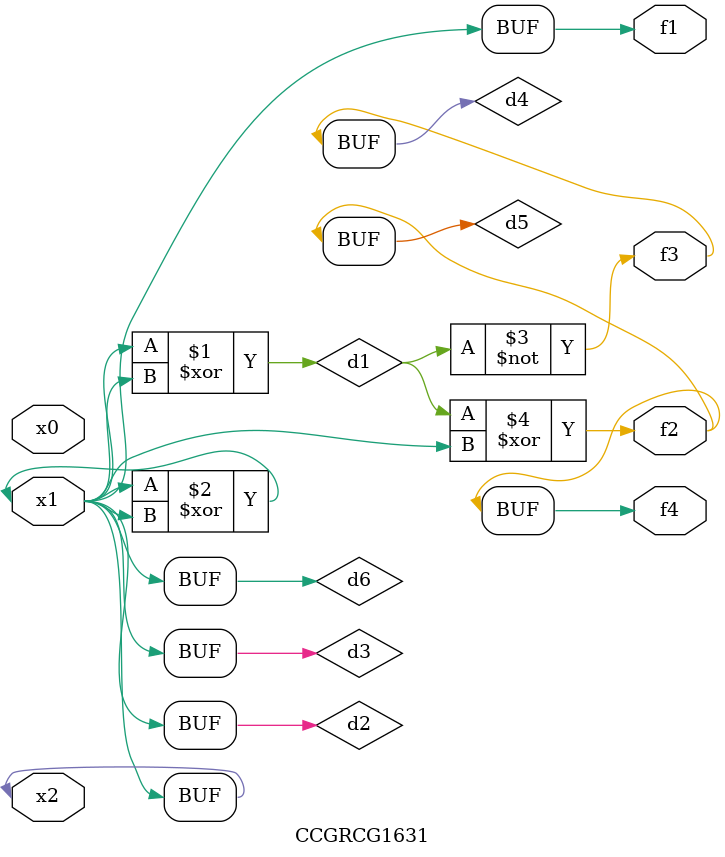
<source format=v>
module CCGRCG1631(
	input x0, x1, x2,
	output f1, f2, f3, f4
);

	wire d1, d2, d3, d4, d5, d6;

	xor (d1, x1, x2);
	buf (d2, x1, x2);
	xor (d3, x1, x2);
	nor (d4, d1);
	xor (d5, d1, d2);
	buf (d6, d2, d3);
	assign f1 = d6;
	assign f2 = d5;
	assign f3 = d4;
	assign f4 = d5;
endmodule

</source>
